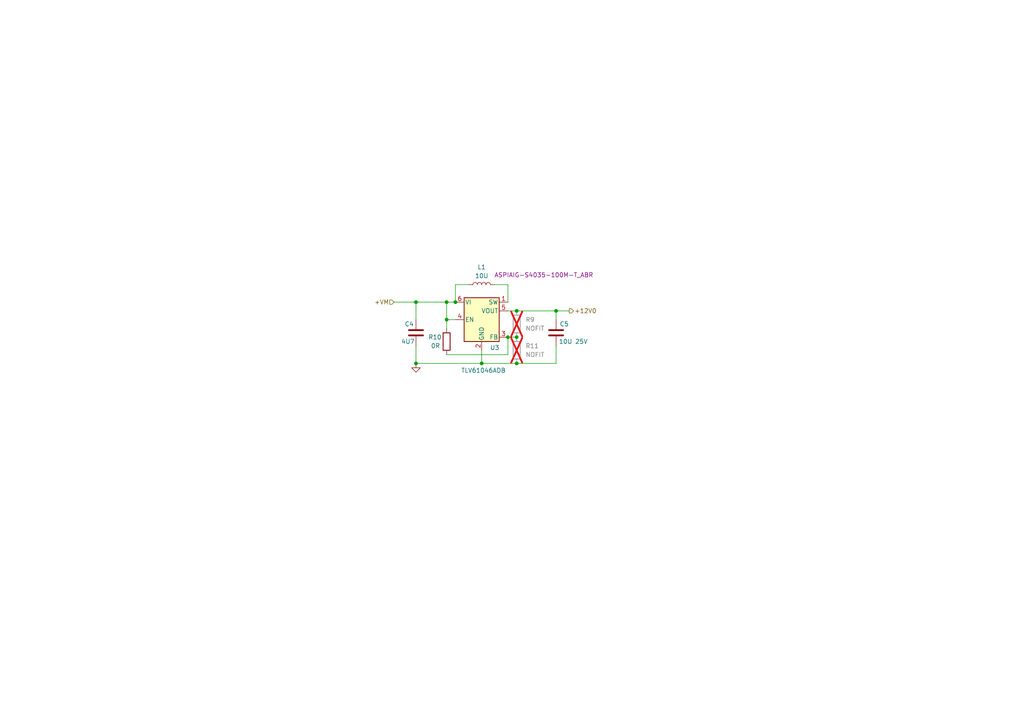
<source format=kicad_sch>
(kicad_sch (version 20250114) (generator "eeschema") (generator_version "9.0")
  (paper "A4")
  (title_block (title "Loco Decoder") (rev "1A") (company "AVED"))
  (lib_symbols
    (symbol "loco_decoder_lib:C" (pin_numbers (hide yes)) (pin_names (offset 0.254))
      (property "Reference" "C" (at 0.635 2.54 0))
      (property "Value" "C" (at 0.635 -2.54 0))
      (symbol "C_0_1"
        (polyline (pts (xy -2.032 0.762) (xy 2.032 0.762)) (stroke (width 0.508)))
        (polyline (pts (xy -2.032 -0.762) (xy 2.032 -0.762)) (stroke (width 0.508)))
      )
      (symbol "C_1_1"
        (pin passive line (at 0 3.81 270) (length 2.794) (name "~") (number "1"))
        (pin passive line (at 0 -3.81 90) (length 2.794) (name "~") (number "2"))
      )
    )
    (symbol "loco_decoder_lib:GND" (power) (pin_numbers (hide yes)) (pin_names (offset 0) (hide yes))
      (property "Value" "GND" (at 0 -3.81 0))
      (symbol "GND_0_1"
        (polyline (pts (xy 0 0) (xy 0 -1.27) (xy 1.27 -1.27) (xy 0 -2.54) (xy -1.27 -1.27) (xy 0 -1.27)))
      )
      (symbol "GND_1_1"
        (pin power_in line (at 0 0 270) (length 0) (name "~") (number "1"))
      )
    )
    (symbol "loco_decoder_lib:L" (pin_numbers (hide yes)) (pin_names (offset 1.016) (hide yes))
      (property "Reference" "L" (at -1.27 0 90))
      (property "Value" "L" (at 1.905 0 90))
      (symbol "L_0_1"
        (arc (start 0 2.54) (mid 0.6323 1.905) (end 0 1.27))
        (arc (start 0 1.27) (mid 0.6323 0.635) (end 0 0))
        (arc (start 0 0) (mid 0.6323 -0.635) (end 0 -1.27))
        (arc (start 0 -1.27) (mid 0.6323 -1.905) (end 0 -2.54))
      )
      (symbol "L_1_1"
        (pin passive line (at 0 3.81 270) (length 1.27) (name "1") (number "1"))
        (pin passive line (at 0 -3.81 90) (length 1.27) (name "2") (number "2"))
      )
    )
    (symbol "loco_decoder_lib:R" (pin_numbers (hide yes)) (pin_names (offset 0))
      (property "Reference" "R" (at 2.032 0 90))
      (property "Value" "R" (at 0 0 90))
      (symbol "R_0_1"
        (rectangle (start -1.016 -2.54) (end 1.016 2.54) (stroke (width 0.254)))
      )
      (symbol "R_1_1"
        (pin passive line (at 0 3.81 270) (length 1.27) (name "~") (number "1"))
        (pin passive line (at 0 -3.81 90) (length 1.27) (name "~") (number "2"))
      )
    )
    (symbol "loco_decoder_lib:TLV61046ADB" (pin_names (offset 0.254))
      (property "Reference" "U3" (at 0 11.43 0))
      (property "Value" "TLV61046ADB" (at 0 8.89 0))
      (symbol "TLV61046ADB_0_1"
        (rectangle (start -5.08 6.35) (end 5.08 -6.35) (stroke (width 0.254)) (fill (type background)))
      )
      (symbol "TLV61046ADB_1_1"
        (pin input line (at -7.62 5.08 0) (length 2.54) (name "VI") (number "6"))
        (pin input line (at -7.62 0 0) (length 2.54) (name "EN") (number "4"))
        (pin passive line (at 0 -8.89 90) (length 2.54) (name "GND") (number "2"))
        (pin power_out line (at 7.62 5.08 180) (length 2.54) (name "SW") (number "1"))
        (pin power_out line (at 7.62 2.54 180) (length 2.54) (name "VOUT") (number "5"))
        (pin input line (at 7.62 -5.08 180) (length 2.54) (name "FB") (number "3"))
      )
    )
  )
  (junction (at 149.86 97.79))
  (junction (at 139.7 105.41))
  (junction (at 129.54 87.63))
  (junction (at 147.32 97.79))
  (junction (at 132.08 87.63))
  (junction (at 149.86 105.41))
  (junction (at 120.65 105.41))
  (junction (at 129.54 92.71))
  (junction (at 149.86 90.17))
  (junction (at 161.29 90.17))
  (junction (at 120.65 87.63))
  (wire (pts (xy 147.32 82.55) (xy 143.51 82.55)))
  (wire (pts (xy 147.32 87.63) (xy 147.32 82.55)))
  (wire (pts (xy 147.32 97.79) (xy 149.86 97.79)))
  (wire (pts (xy 114.3 87.63) (xy 120.65 87.63)))
  (wire (pts (xy 129.54 102.87) (xy 147.32 102.87)))
  (wire (pts (xy 132.08 82.55) (xy 132.08 87.63)))
  (wire (pts (xy 129.54 87.63) (xy 129.54 92.71)))
  (wire (pts (xy 139.7 105.41) (xy 149.86 105.41)))
  (wire (pts (xy 139.7 101.6) (xy 139.7 105.41)))
  (wire (pts (xy 147.32 102.87) (xy 147.32 97.79)))
  (wire (pts (xy 161.29 90.17) (xy 165.1 90.17)))
  (wire (pts (xy 161.29 100.33) (xy 161.29 105.41)))
  (wire (pts (xy 120.65 100.33) (xy 120.65 105.41)))
  (wire (pts (xy 161.29 92.71) (xy 161.29 90.17)))
  (wire (pts (xy 135.89 82.55) (xy 132.08 82.55)))
  (wire (pts (xy 120.65 87.63) (xy 120.65 92.71)))
  (wire (pts (xy 129.54 92.71) (xy 129.54 95.25)))
  (wire (pts (xy 149.86 90.17) (xy 161.29 90.17)))
  (wire (pts (xy 161.29 105.41) (xy 149.86 105.41)))
  (wire (pts (xy 129.54 92.71) (xy 132.08 92.71)))
  (wire (pts (xy 129.54 87.63) (xy 132.08 87.63)))
  (wire (pts (xy 120.65 87.63) (xy 129.54 87.63)))
  (wire (pts (xy 120.65 105.41) (xy 139.7 105.41)))
  (wire (pts (xy 147.32 90.17) (xy 149.86 90.17)))
  (hierarchical_label "+VM" (shape input) (at 114.3 87.63 180))
  (hierarchical_label "+12V0" (shape output) (at 165.1 90.17 0))
  (symbol (lib_id "loco_decoder_lib:C") (at 161.29 96.52 0) (unit 1)
    (property "Reference" "C5" (at 162.306 93.98 0) (effects (justify left)))
    (property "Value" "10U 25V" (at 162.052 99.06 0) (effects (justify left)))
    (property "Footprint" "loco decoder v0.2:C_1206_3216Metric" (effects (hide yes)))
    (property "Description" "Unpolarized capacitor" (effects (hide yes)))
  )
  (symbol (lib_id "loco_decoder_lib:R") (at 129.54 99.06 0) (unit 1)
    (property "Reference" "R10" (at 124.206 97.79 0) (effects (justify left)))
    (property "Value" "0R" (at 124.968 100.33 0) (effects (justify left)))
    (property "Footprint" "loco decoder v0.2:R_0805_2012Metric" (effects (hide yes)))
    (property "Description" "Resistor" (effects (hide yes)))
  )
  (symbol (lib_id "loco_decoder_lib:GND") (at 120.65 105.41 0) (unit 1)
    (property "Reference" "#PWR011" (effects (hide yes)))
    (property "Value" "GND" (effects (hide yes)))
    (property "Description" "Power symbol creates a global label with name \"GND\" , ground" (effects (hide yes)))
  )
  (symbol (lib_id "loco_decoder_lib:R") (at 149.86 101.6 0) (unit 1) (in_bom no) (dnp yes)
    (property "Reference" "R11" (at 152.4 100.3299 0) (effects (justify left)))
    (property "Value" "NOFIT" (at 152.4 102.8699 0) (effects (justify left)))
    (property "Footprint" "loco decoder v0.2:R_0805_2012Metric" (effects (hide yes)))
    (property "Description" "Resistor" (effects (hide yes)))
  )
  (symbol (lib_id "loco_decoder_lib:L") (at 139.7 82.55 90) (unit 1)
    (property "Reference" "L1" (at 139.7 77.47 90))
    (property "Value" "10U" (at 139.7 80.01 90))
    (property "Footprint" "loco decoder v0.2:IND_ASPIAIG-S4035-100M-T_ABR" (effects (hide yes)))
    (property "Description" "ASPIAIG-S4035-100M-T_ABR" (at 157.734 79.756 90))
  )
  (symbol (lib_id "loco_decoder_lib:R") (at 149.86 93.98 0) (unit 1) (in_bom no) (dnp yes)
    (property "Reference" "R9" (at 152.4 92.7099 0) (effects (justify left)))
    (property "Value" "NOFIT" (at 152.4 95.2499 0) (effects (justify left)))
    (property "Footprint" "loco decoder v0.2:R_0805_2012Metric" (effects (hide yes)))
    (property "Description" "Resistor" (effects (hide yes)))
  )
  (symbol (lib_id "loco_decoder_lib:TLV61046ADB") (at 139.7 92.71 0) (unit 1)
    (property "Reference" "U3" (at 143.51 100.838 0))
    (property "Value" "TLV61046ADB" (at 140.208 107.442 0))
    (property "Footprint" "loco decoder v0.2:SOT-23-6" (effects (hide yes)))
    (property "Datasheet" "http://www.ti.com/lit/ds/symlink/tlv61046a.pdf" (effects (hide yes)))
    (property "Description" "28-V Output Voltage Boost Converter with Power Diode and Isolation Switch, SOT-23-6" (effects (hide yes)))
  )
  (symbol (lib_id "loco_decoder_lib:C") (at 120.65 96.52 0) (unit 1)
    (property "Reference" "C4" (at 117.348 93.98 0) (effects (justify left)))
    (property "Value" "4U7" (at 116.332 99.06 0) (effects (justify left)))
    (property "Footprint" "loco decoder v0.2:C_0805_2012Metric" (effects (hide yes)))
    (property "Description" "Unpolarized capacitor" (effects (hide yes)))
  )
)
</source>
